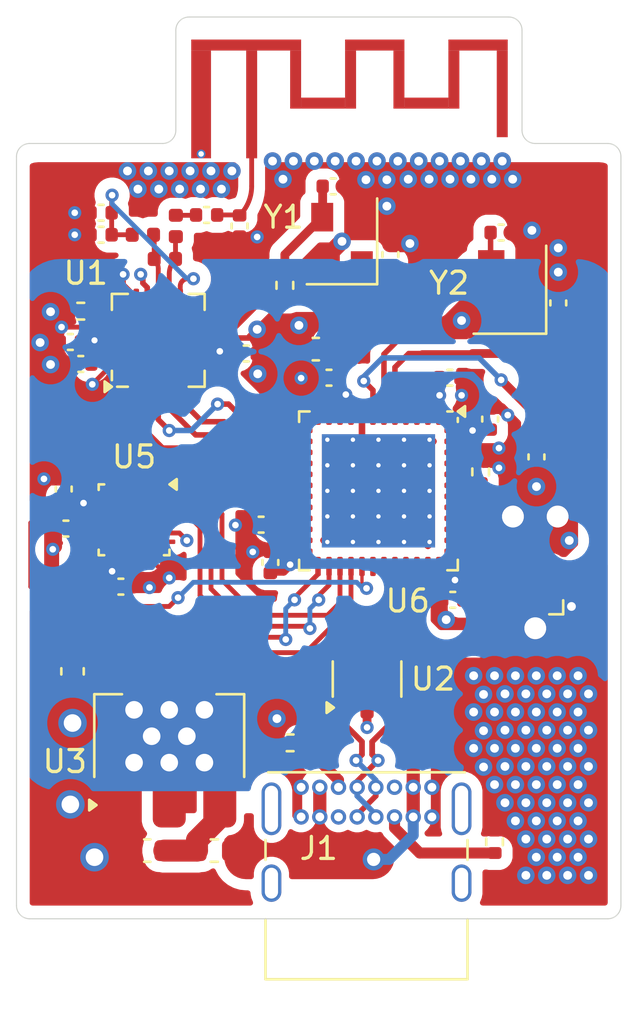
<source format=kicad_pcb>
(kicad_pcb (version 20241229) (generator "pcbnew") (generator_version "9.0")
  (layers (0 "F.Cu" signal) (4 "In1.Cu" signal) (6 "In2.Cu" signal) (2 "B.Cu" signal) (13 "F.Paste" user) (15 "B.Paste" user) (5 "F.SilkS" user "F.Silkscreen") (7 "B.SilkS" user "B.Silkscreen") (1 "F.Mask" user) (3 "B.Mask" user) (25 "Edge.Cuts" user))
  (net 0 "")
  (net 1 "GND")
  (net 2 "+3.3V")
  (net 3 "/DVDD")
  (net 4 "VBUS")
  (net 5 "/XC2")
  (net 6 "/XC1")
  (net 7 "/VDD_PA")
  (net 8 "Net-(C10-Pad1)")
  (net 9 "/ANT_OUT")
  (net 10 "RCC_OSC_IN")
  (net 11 "RCC_OSC_OUT")
  (net 12 "NRST")
  (net 13 "Net-(U6-VCAP1)")
  (net 14 "/REGOUT")
  (net 15 "D-")
  (net 16 "D+")
  (net 18 "CC2")
  (net 20 "CC1")
  (net 21 "SYS_JTMS-SWDIO")
  (net 22 "SYS_JTDO-SWO")
  (net 23 "SYS_JTCK-SWCLK")
  (net 24 "/ANT2")
  (net 25 "/ANT1")
  (net 26 "/IREF")
  (net 27 "Net-(U6-BOOT0)")
  (net 28 "IRQ")
  (net 29 "SPI1_SCK")
  (net 30 "SPI1_MOSI")
  (net 31 "SPI1_MISO")
  (net 32 "CE")
  (net 33 "SPI1_CS")
  (net 36 "SPI2_MISO")
  (net 40 "SPI2_SCK")
  (net 42 "IMU_INT")
  (net 45 "SPI2_CS")
  (net 46 "SPI2_MOSI")
  (net 71 "Net-(U3-VI)")
  (net 73 "CONN_D+")
  (net 77 "CONN_D-")
  (footprint "Package_TO_SOT_SMD:SOT-223-3_TabPin2" (layer "F.Cu") (at 91.7 176.7 90)
    (property "Reference" "U3")
    (property "Value" "LM1117MP-3.3")
  )
  (footprint "Capacitor_SMD:C_0402_1005Metric" (layer "F.Cu") (at 99.16 151.7)
    (property "Reference" "C6" (hide yes))
    (property "Value" "22p")
  )
  (footprint "Capacitor_SMD:C_0402_1005Metric" (layer "F.Cu") (at 101.76 154.8 90)
    (property "Reference" "C5" (hide yes))
    (property "Value" "22p")
  )
  (footprint "Connector:Tag-Connect_TC2030-IDC-NL_2x03_P1.27mm_Vertical" (layer "F.Cu") (at 108.35375 169.25125 90)
    (property "Reference" "J3" (hide yes))
    (property "Value" "TC2030")
  )
  (footprint "Crystal:Crystal_SMD_EuroQuartz_MT-4Pin_3.2x2.5mm" (layer "F.Cu") (at 99.56 154.2 90)
    (property "Reference" "Y1")
    (property "Value" "16MHz")
  )
  (footprint "Resistor_SMD:R_0402_1005Metric" (layer "F.Cu") (at 106.5 181.5 -90)
    (property "Reference" "R5" (hide yes))
    (property "Value" "5k1")
  )
  (footprint "Package_DFN_QFN:QFN-24-1EP_3x3mm_P0.4mm_EP1.75x1.6mm" (layer "F.Cu") (at 90.1 166.86 -90)
    (property "Reference" "U5")
    (property "Value" "ICM-20948")
  )
  (footprint "Inductor_SMD:L_0402_1005Metric" (layer "F.Cu") (at 92 153.5 90)
    (property "Reference" "L3" (hide yes))
    (property "Value" "3n9")
  )
  (footprint "Capacitor_SMD:C_0402_1005Metric" (layer "F.Cu") (at 87 167.26)
    (property "Reference" "C17" (hide yes))
    (property "Value" "0u1")
  )
  (footprint "Capacitor_SMD:C_0402_1005Metric" (layer "F.Cu") (at 89.5 169.9 180)
    (property "Reference" "C16" (hide yes))
    (property "Value" "0u1")
  )
  (footprint "Package_DFN_QFN:QFN-48-1EP_7x7mm_P0.5mm_EP5.15x5.15mm_ThermalVias" (layer "F.Cu") (at 101.21875 165.54375 -90)
    (property "Reference" "U6")
    (property "Value" "STM32F411CEUx")
  )
  (footprint "Capacitor_SMD:C_0603_1608Metric" (layer "F.Cu") (at 90.7 181.9 180)
    (property "Reference" "C4" (hide yes))
    (property "Value" "10u")
  )
  (footprint "Capacitor_SMD:C_0402_1005Metric" (layer "F.Cu") (at 86.9 165.46 -90)
    (property "Reference" "C18" (hide yes))
    (property "Value" "0u1")
  )
  (footprint "Capacitor_SMD:C_0402_1005Metric" (layer "F.Cu") (at 106.3 162.28125 -90)
    (property "Reference" "C22" (hide yes))
    (property "Value" "0u1")
  )
  (footprint "Capacitor_SMD:C_0402_1005Metric" (layer "F.Cu") (at 96.3 168.8 -90)
    (property "Reference" "C23" (hide yes))
    (property "Value" "0u1")
  )
  (footprint "Capacitor_SMD:C_0402_1005Metric" (layer "F.Cu") (at 104.6 170.5)
    (property "Reference" "C21" (hide yes))
    (property "Value" "0u1")
  )
  (footprint "Capacitor_SMD:C_0402_1005Metric" (layer "F.Cu") (at 88.6 152.9 180)
    (property "Reference" "C8" (hide yes))
    (property "Value" "2n2")
  )
  (footprint "Crystal:Crystal_SMD_Abracon_ABM8G-4Pin_3.2x2.5mm" (layer "F.Cu") (at 107.2 156.4 90)
    (property "Reference" "Y2")
    (property "Value" "24MHz")
  )
  (footprint "Capacitor_SMD:C_0402_1005Metric" (layer "F.Cu") (at 95.88 167.08125)
    (property "Reference" "C15" (hide yes))
    (property "Value" "0u1")
  )
  (footprint "Capacitor_SMD:C_0402_1005Metric" (layer "F.Cu") (at 109.4 157 90)
    (property "Reference" "C12" (hide yes))
    (property "Value" "10p")
  )
  (footprint "Connector_USB:USB_C_Receptacle_GCT_USB4085" (layer "F.Cu") (at 97.7 179.02)
    (property "Reference" "J1")
    (property "Value" "USB_C_Receptacle_USB2.0_16P")
  )
  (footprint "Capacitor_SMD:C_0402_1005Metric" (layer "F.Cu") (at 98.96875 160.4)
    (property "Reference" "C20" (hide yes))
    (property "Value" "0u1")
  )
  (footprint "Capacitor_SMD:C_0402_1005Metric" (layer "F.Cu") (at 108.407836 164 90)
    (property "Reference" "C14" (hide yes))
    (property "Value" "0u1")
  )
  (footprint "Resistor_SMD:R_0402_1005Metric" (layer "F.Cu") (at 96.96 156.2 -90)
    (property "Reference" "R3" (hide yes))
    (property "Value" "1M")
  )
  (footprint "Resistor_SMD:R_0402_1005Metric" (layer "F.Cu") (at 87.675 157.375)
    (property "Reference" "R1" (hide yes))
    (property "Value" "22k")
  )
  (footprint "Inductor_SMD:L_0402_1005Metric" (layer "F.Cu") (at 90.5 153.9 180)
    (property "Reference" "L2" (hide yes))
    (property "Value" "2n7")
  )
  (footprint "Capacitor_SMD:C_0603_1608Metric" (layer "F.Cu") (at 98.36875 159.1)
    (property "Reference" "C19" (hide yes))
    (property "Value" "10u")
  )
  (footprint "Resistor_SMD:R_0402_1005Metric" (layer "F.Cu") (at 105.86875 164.68125 -90)
    (property "Reference" "R6" (hide yes))
    (property "Value" "5k1")
  )
  (footprint "Capacitor_SMD:C_0402_1005Metric" (layer "F.Cu") (at 88.6 153.9 180)
    (property "Reference" "C9" (hide yes))
    (property "Value" "4n7")
  )
  (footprint "RF_Antenna:Untitled" (layer "F.Cu") (at 92.7 150.425)
    (property "Reference" "U4" (hide yes))
    (property "Value" "2.4GHz")
  )
  (footprint "Package_DFN_QFN:QFN-20-1EP_4x4mm_P0.5mm_EP2.5x2.5mm" (layer "F.Cu") (at 91.2 158.7 90)
    (property "Reference" "U1")
    (property "Value" "NRF24L01")
  )
  (footprint "Capacitor_SMD:C_0603_1608Metric" (layer "F.Cu") (at 87.3 173.75 -90)
    (property "Reference" "C7" (hide yes))
    (property "Value" "10u")
  )
  (footprint "Resistor_SMD:R_0402_1005Metric" (layer "F.Cu") (at 97.2 177 180)
    (property "Reference" "R4" (hide yes))
    (property "Value" "5k1")
  )
  (footprint "Capacitor_SMD:C_0402_1005Metric" (layer "F.Cu") (at 106.8 153.8)
    (property "Reference" "C13" (hide yes))
    (property "Value" "10p")
  )
  (footprint "Package_TO_SOT_SMD:SOT-23-6" (layer "F.Cu") (at 100.7 174.1 90)
    (property "Reference" "U2")
    (property "Value" "USBLC6-2SC6")
  )
  (footprint "Capacitor_SMD:C_0402_1005Metric" (layer "F.Cu") (at 94.9 153.5 -90)
    (property "Reference" "C11" (hide yes))
    (property "Value" "1p")
  )
  (footprint "Inductor_SMD:L_0603_1608Metric" (layer "F.Cu") (at 93.75 181.9 180)
    (property "Reference" "FB1" (hide yes))
    (property "Value" "100 @ 100MHz")
  )
  (footprint "Capacitor_SMD:C_0402_1005Metric" (layer "F.Cu") (at 87.2 158.775 180)
    (property "Reference" "C1" (hide yes))
    (property "Value" "10n")
  )
  (footprint "Capacitor_SMD:C_0402_1005Metric" (layer "F.Cu") (at 87.675 159.775 180)
    (property "Reference" "C3" (hide yes))
    (property "Value" "33n")
  )
  (footprint "Capacitor_SMD:C_0402_1005Metric" (layer "F.Cu") (at 104.46875 160.4 180)
    (property "Reference" "C24" (hide yes))
    (property "Value" "0u1")
  )
  (footprint "Inductor_SMD:L_0402_1005Metric" (layer "F.Cu") (at 91.5 155 180)
    (property "Reference" "L1" (hide yes))
    (property "Value" "8n2")
  )
  (footprint "Capacitor_SMD:C_0402_1005Metric" (layer "F.Cu") (at 93.4 153)
    (property "Reference" "C10" (hide yes))
    (property "Value" "1p5")
  )
  (footprint "Capacitor_SMD:C_0402_1005Metric" (layer "F.Cu") (at 95.2 159.3)
    (property "Reference" "C2" (hide yes))
    (property "Value" "1n")
  )
  (gr_arc (start 107.15 144) (mid 107.574264 144.175736) (end 107.75 144.6) (stroke (width 0.05)) (layer "Edge.Cuts"))
  (gr_line (start 84.75 150.35) (end 84.75 184.4) (stroke (width 0.05)) (layer "Edge.Cuts"))
  (gr_line (start 112.25 184.4) (end 112.25 150.35) (stroke (width 0.05)) (layer "Edge.Cuts"))
  (gr_arc (start 85.35 185) (mid 84.925736 184.824264) (end 84.75 184.4) (stroke (width 0.05)) (layer "Edge.Cuts"))
  (gr_arc (start 92 144.6) (mid 92.175736 144.175736) (end 92.6 144) (stroke (width 0.05)) (layer "Edge.Cuts"))
  (gr_arc (start 111.65 149.75) (mid 112.074264 149.925736) (end 112.25 150.35) (stroke (width 0.05)) (layer "Edge.Cuts"))
  (gr_line (start 91.4 149.75) (end 85.35 149.75) (stroke (width 0.05)) (layer "Edge.Cuts"))
  (gr_line (start 85.35 185) (end 111.65 185) (stroke (width 0.05)) (layer "Edge.Cuts"))
  (gr_line (start 107.15 144) (end 92.6 144) (stroke (width 0.05)) (layer "Edge.Cuts"))
  (gr_line (start 92 144.6) (end 92 149.15) (stroke (width 0.05)) (layer "Edge.Cuts"))
  (gr_line (start 107.75 149.15) (end 107.75 144.6) (stroke (width 0.05)) (layer "Edge.Cuts"))
  (gr_arc (start 84.75 150.35) (mid 84.925736 149.925736) (end 85.35 149.75) (stroke (width 0.05)) (layer "Edge.Cuts"))
  (gr_arc (start 92 149.15) (mid 91.824264 149.574264) (end 91.4 149.75) (stroke (width 0.05)) (layer "Edge.Cuts"))
  (gr_arc (start 108.35 149.75) (mid 107.925736 149.574264) (end 107.75 149.15) (stroke (width 0.05)) (layer "Edge.Cuts"))
  (gr_line (start 111.65 149.75) (end 108.35 149.75) (stroke (width 0.05)) (layer "Edge.Cuts"))
  (gr_arc (start 112.25 184.4) (mid 112.074264 184.824264) (end 111.65 185) (stroke (width 0.05)) (layer "Edge.Cuts"))
  (segment (start 102.65 154.3) (end 102.63 154.32) (width 0.75) (layer "F.Cu") (net 1))
  (segment (start 86.52 167.26) (end 86.52 168.08) (width 0.6) (layer "F.Cu") (net 1))
  (segment (start 97.59375 159.1) (end 97.59375 158.025) (width 0.5) (layer "F.Cu") (net 1))
  (segment (start 86.325 159.775) (end 86.3 159.8) (width 0.5) (layer "F.Cu") (net 1))
  (segment (start 107.45 180.55) (end 107.4 180.6) (width 0.5) (layer "F.Cu") (net 1))
  (segment (start 103.46875 163.29375) (end 101.21875 165.54375) (width 0.3) (layer "F.Cu") (net 1))
  (segment (start 100.96 152.6) (end 100.46 153.1) (width 0.75) (layer "F.Cu") (net 1))
  (segment (start 106.7 164.5) (end 106.5 164.3) (width 0.4) (layer "F.Cu") (net 1))
  (segment (start 107.4 180.6) (end 107.35 180.6) (width 0.5) (layer "F.Cu") (net 1))
  (segment (start 86.72 158.775) (end 85.85 158.775) (width 0.5) (layer "F.Cu") (net 1))
  (segment (start 86.88 165) (end 86.9 164.98) (width 0.6) (layer "F.Cu") (net 1))
  (segment (start 87.195 159.775) (end 86.325 159.775) (width 0.5) (layer "F.Cu") (net 1))
  (segment (start 100.7 175.2375) (end 100.7 176.3) (width 0.4) (layer "F.Cu") (net 1))
  (segment (start 87.25 179.85) (end 87.2 179.8) (width 2) (layer "F.Cu") (net 1))
  (segment (start 100.46875 162.10625) (end 100.46875 164.79375) (width 0.3) (layer "F.Cu") (net 1))
  (segment (start 91.1 168.36) (end 91.1 168.9) (width 0.2) (layer "F.Cu") (net 1))
  (segment (start 105 161.2) (end 105 160.45125) (width 0.5) (layer "F.Cu") (net 1))
  (segment (start 104.12 170.5) (end 104.12 171.22) (width 0.5) (layer "F.Cu") (net 1))
  (segment (start 87.3 174.525) (end 87.3 176.1) (width 1) (layer "F.Cu") (net 1))
  (segment (start 109.4 154.5) (end 108.85 154.5) (width 0.75) (layer "F.Cu") (net 1))
  (segment (start 89.4 179.85) (end 87.25 179.85) (width 2) (layer "F.Cu") (net 1))
  (segment (start 93.748986 158.594) (end 93.642986 158.7) (width 0.25) (layer "F.Cu") (net 1))
  (segment (start 95.725 159.345) (end 95.68 159.3) (width 0.5) (layer "F.Cu") (net 1))
  (segment (start 89.2625 159.7) (end 89.2 159.7) (width 0.22) (layer "F.Cu") (net 1))
  (segment (start 91.1 168.9) (end 91.25 169.05) (width 0.2) (layer "F.Cu") (net 1))
  (segment (start 88.721659 158.2) (end 89.2625 158.2) (width 0.22) (layer "F.Cu") (net 1))
  (segment (start 88.12 152.9) (end 87.4 152.9) (width 0.4) (layer "F.Cu") (net 1))
  (segment (start 88.640659 158.119) (end 88.721659 158.2) (width 0.22) (layer "F.Cu") (net 1))
  (segment (start 86.325 157.375) (end 86.3 157.4) (width 0.5) (layer "F.Cu") (net 1))
  (segment (start 103.46875 169.84875) (end 104.12 170.5) (width 0.3) (layer "F.Cu") (net 1))
  (segment (start 106.51 181) (end 106.5 180.99) (width 0.5) (layer "F.Cu") (net 1))
  (segment (start 96.69 177) (end 96.69 175.99) (width 0.5) (layer "F.Cu") (net 1))
  (segment (start 90.7 156.3) (end 90.7 156.7625) (width 0.25) (layer "F.Cu") (net 1))
  (segment (start 98.66 155.3) (end 98.66 155.1) (width 0.75) (layer "F.Cu") (net 1))
  (segment (start 85.85 158.775) (end 85.825 158.8) (width 0.5) (layer "F.Cu") (net 1))
  (segment (start 98.48875 160.4) (end 97.71875 160.4) (width 0.5) (layer "F.Cu") (net 1))
  (segment (start 105.3 157.5) (end 105 157.8) (width 0.75) (layer "F.Cu") (net 1))
  (segment (start 97.78125 167.79375) (end 96.82625 167.79375) (width 0.3) (layer "F.Cu") (net 1))
  (segment (start 91.6 167.46) (end 92.16 167.46) (width 0.22) (layer "F.Cu") (net 1))
  (segment (start 106.95 181) (end 106.51 181) (width 0.5) (layer "F.Cu") (net 1))
  (segment (start 95.68 153.98) (end 95.7 154) (width 0.4) (layer "F.Cu") (net 1))
  (segment (start 95.5 168.32) (end 96.3 168.32) (width 0.3) (layer "F.Cu") (net 1))
  (segment (start 89.925 181.9) (end 88.6 181.9) (width 1) (layer "F.Cu") (net 1))
  (segment (start 90.02 169.94) (end 89.98 169.9) (width 0.5) (layer "F.Cu") (net 1))
  (segment (start 97.71875 160.4) (end 97.7 160.41875) (width 0.5) (layer "F.Cu") (net 1))
  (segment (start 108.407836 164.48) (end 108.407836 165.35) (width 0.6) (layer "F.Cu") (net 1))
  (segment (start 100.35 151.7) (end 99.64 151.7) (width 0.75) (layer "F.Cu") (net 1))
  (segment (start 103.46875 168.98125) (end 103.46875 169.84875) (width 0.3) (layer "F.Cu") (net 1))
  (segment (start 89.2 159.7) (end 88.2 160.7) (width 0.22) (layer "F.Cu") (net 1))
  (segment (start 106.6 163.5) (end 106.7 163.6) (width 0.25) (layer "F.Cu") (net 1))
  (segment (start 108.85 154.5) (end 108.05 155.3) (width 0.75) (layer "F.Cu") (net 1))
  (segment (start 90.5 155.8) (end 90.5 156.1) (width 0.25) (layer "F.Cu") (net 1))
  (segment (start 109.71875 167.98125) (end 108.98875 167.98125) (width 0.6) (layer "F.Cu") (net 1))
  (segment (start 95.306 158.594) (end 93.748986 158.594) (width 0.25) (layer "F.Cu") (net 1))
  (segment (start 105.351154 163.5) (end 106.6 163.5) (width 0.25) (layer "F.Cu") (net 1))
  (segment (start 108.1 153.8) (end 108.2 153.7) (width 0.75) (layer "F.Cu") (net 1))
  (segment (start 91.25 169.05) (end 91.7 169.5) (width 0.25) (layer "F.Cu") (net 1))
  (segment (start 103.46875 167.79375) (end 101.21875 165.54375) (width 0.3) (layer "F.Cu") (net 1))
  (segment (start 90.4 155.7) (end 90.5 155.8) (width 0.25) (layer "F.Cu") (net 1))
  (segment (start 102.63 154.32) (end 101.76 154.32) (width 0.75) (layer "F.Cu") (net 1))
  (segment (start 97.59375 158.50625) (end 97.6 158.5) (width 0.5) (layer "F.Cu") (net 1))
  (segment (start 105.193904 163.34275) (end 105.351154 163.5) (width 0.25) (layer "F.Cu") (net 1))
  (segment (start 87.719 158.119) (end 88.640659 158.119) (width 0.22) (layer "F.Cu") (net 1))
  (segment (start 105.185736 163.34275) (end 105.193904 163.34275) (width 0.25) (layer "F.Cu") (net 1))
  (segment (start 109.9 167.8) (end 109.71875 167.98125) (width 0.6) (layer "F.Cu") (net 1))
  (segment (start 87.7 158.1) (end 87.719 158.119) (width 0.22) (layer "F.Cu") (net 1))
  (segment (start 109.4 155.6) (end 109.4 156.52) (width 0.75) (layer "F.Cu") (net 1))
  (segment (start 100.65 151.4) (end 100.35 151.7) (width 0.75) (layer "F.Cu") (net 1))
  (segment (start 94.71125 167.1) (end 95.38125 167.1) (width 0.5) (layer "F.Cu") (net 1))
  (segment (start 94.9 153.98) (end 95.68 153.98) (width 0.4) (layer "F.Cu") (net 1))
  (segment (start 98.96875 167.79375) (end 101.21875 165.54375) (width 0.3) (layer "F.Cu") (net 1))
  (segment (start 96.82625 167.79375) (end 96.3 168.32) (width 0.3) (layer "F.Cu") (net 1))
  (segment (start 106.80125 161.80125) (end 106.3 161.80125) (width 0.5) (layer "F.Cu") (net 1))
  (segment (start 96.69 175.99) (end 96.6 175.9) (width 0.5) (layer "F.Cu") (net 1))
  (segment (start 106.35 157.5) (end 105.3 157.5) (width 0.75) (layer "F.Cu") (net 1))
  (segment (start 105 160.45125) (end 104.94875 160.4) (width 0.5) (layer "F.Cu") (net 1))
  (segment (start 107.28 153.8) (end 108.1 153.8) (width 0.75) (layer "F.Cu") (net 1))
  (segment (start 105.136736 163.29375) (end 105.185736 163.34275) (width 0.25) (layer "F.Cu") (net 1))
  (segment (start 104.65625 163.29375) (end 105.136736 163.29375) (width 0.25) (layer "F.Cu") (net 1))
  (segment (start 95.725 160.225) (end 95.725 159.345) (width 0.5) (layer "F.Cu") (net 1))
  (segment (start 86 165) (end 86.88 165) (width 0.6) (layer "F.Cu") (net 1))
  (segment (start 86.8 158.1) (end 87.7 158.1) (width 0.22) (layer "F.Cu") (net 1))
  (segment (start 90.8 169.94) (end 90.02 169.94) (width 0.5) (layer "F.Cu") (net 1))
  (segment (start 88.6 181.9) (end 88.3 182.2) (width 1) (layer "F.Cu") (net 1))
  (segment (start 100.46875 164.79375) (end 101.21875 165.54375) (width 0.3) (layer "F.Cu") (net 1))
  (segment (start 86.52 168.08) (end 86.4 168.2) (width 0.6) (layer "F.Cu") (net 1))
  (segment (start 95.38125 167.1) (end 95.4 167.08125) (width 0.5) (layer "F.Cu") (net 1))
  (segment (start 88.12 153.9) (end 87.4 153.9) (width 0.4) (layer "F.Cu") (net 1))
  (segment (start 98.66 155.1) (end 99.56 154.2) (width 0.75) (layer "F.Cu") (net 1))
  (segment (start 104.12 171.22) (end 104.3 171.4) (width 0.5) (layer "F.Cu") (net 1))
  (segment (start 105.9975 164.3) (end 105.86875 164.17125) (width 0.4) (layer "F.Cu") (net 1))
  (segment (start 106.5 164.3) (end 105.9975 164.3) (width 0.4) (layer "F.Cu") (net 1))
  (segment (start 92.16 167.46) (end 92.5 167.8) (width 0.22) (layer "F.Cu") (net 1))
  (segment (start 95.7 158.2) (end 95.306 158.594) (width 0.25) (layer "F.Cu") (net 1))
  (segment (start 107.35 180.6) (end 106.95 181) (width 0.5) (layer "F.Cu") (net 1))
  (segment (start 90.5 156.1) (end 90.7 156.3) (width 0.25) (layer "F.Cu") (net 1))
  (segment (start 107.1 162.1) (end 106.80125 161.80125) (width 0.5) (layer "F.Cu") (net 1))
  (segment (start 101.6 152.6) (end 100.96 152.6) (width 0.75) (layer "F.Cu") (net 1))
  (segment (start 93.642986 158.7) (end 93.1375 158.7) (width 0.25) (layer "F.Cu") (net 1))
  (segment (start 87.165 157.375) (end 86.325 157.375) (width 0.5) (layer "F.Cu") (net 1))
  (via (at 110.3 177.25) (size 0.8) (drill 0.4) (layers "F.Cu" "B.Cu") (net 1))
  (via (at 90.275 151.825) (size 0.8) (drill 0.4) (layers "F.Cu" "B.Cu") (net 1))
  (via (at 109.825 179.725) (size 0.8) (drill 0.4) (layers "F.Cu" "B.Cu") (net 1))
  (via (at 105.425 151.375) (size 0.8) (drill 0.4) (layers "F.Cu" "B.Cu") (net 1))
  (via (at 109.825 181.375) (size 0.8) (drill 0.4) (layers "F.Cu" "B.Cu") (net 1))
  (via (at 107.925 174.775) (size 0.8) (drill 0.4) (layers "F.Cu" "B.Cu") (net 1))
  (via (at 110.775 178.075) (size 0.8) (drill 0.4) (layers "F.Cu" "B.Cu") (net 1))
  (via (at 108.407836 165.35) (size 0.8) (drill 0.4) (layers "F.Cu" "B.Cu") (net 1))
  (via (at 95.725 160.225) (size 0.8) (drill 0.4) (layers "F.Cu" "B.Cu") (net 1))
  (via (at 110.775 176.425) (size 0.8) (drill 0.4) (layers "F.Cu" "B.Cu") (net 1))
  (via (at 96.6 175.9) (size 0.8) (drill 0.4) (layers "F.Cu" "B.Cu") (net 1))
  (via (at 101.15 150.55) (size 0.8) (drill 0.4) (layers "F.Cu" "B.Cu") (net 1))
  (via (at 87.4 153.9) (size 0.6) (drill 0.3) (layers "F.Cu" "B.Cu") (net 1))
  (via (at 109.35 175.6) (size 0.8) (drill 0.4) (layers "F.Cu" "B.Cu") (net 1))
  (via (at 98.3 150.55) (size 0.8) (drill 0.4) (layers "F.Cu" "B.Cu") (net 1))
  (via (at 106.975 174.775) (size 0.8) (drill 0.4) (layers "F.Cu" "B.Cu") (net 1))
  (via (at 93.15 150.225) (size 0.4) (drill 0.25) (layers "F.Cu" "B.Cu") (net 1))
  (via (at 110.3 182.2) (size 0.8) (drill 0.4) (layers "F.Cu" "B.Cu") (net 1))
  (via (at 91.225 151.825) (size 0.8) (drill 0.4) (layers "F.Cu" "B.Cu") (net 1))
  (via (at 108.875 178.075) (size 0.8) (drill 0.4) (layers "F.Cu" "B.Cu") (net 1))
  (via (at 107.45 177.25) (size 0.8) (drill 0.4) (layers "F.Cu" "B.Cu") (net 1))
  (via (at 96.4 150.55) (size 0.8) (drill 0.4) (layers "F.Cu" "B.Cu") (net 1))
  (via (at 106.5 177.25) (size 0.8) (drill 0.4) (layers "F.Cu" "B.Cu") (net 1))
  (via (at 108.4 180.55) (size 0.8) (drill 0.4) (layers "F.Cu" "B.Cu") (net 1))
  (via (at 109.35 177.25) (size 0.8) (drill 0.4) (layers "F.Cu" "B.Cu") (net 1))
  (via (at 106 176.45) (size 0.8) (drill 0.4) (layers "F.Cu" "B.Cu") (net 1))
  (via (at 85.825 158.8) (size 0.8) (drill 0.4) (layers "F.Cu" "B.Cu") (net 1))
  (via (at 110.3 175.6) (size 0.8) (drill 0.4) (layers "F.Cu" "B.Cu") (net 1))
  (via (at 103.525 151.375) (size 0.8) (drill 0.4) (layers "F.Cu" "B.Cu") (net 1))
  (via (at 86.4 168.2) (size 0.6) (drill 0.3) (layers "F.Cu" "B.Cu") (net 1))
  (via (at 88.3 182.2) (size 1.3) (drill 0.8) (layers "F.Cu" "B.Cu") (net 1))
  (via (at 109.825 183.025) (size 0.8) (drill 0.4) (layers "F.Cu" "B.Cu") (net 1))
  (via (at 87.2 179.8) (size 1.3) (drill 0.8) (layers "F.Cu" "B.Cu") (net 1))
  (via (at 91.7 169.5) (size 0.6) (drill 0.3) (layers "F.Cu" "B.Cu") (net 1))
  (via (at 86 165) (size 0.6) (drill 0.3) (layers "F.Cu" "B.Cu") (net 1))
  (via (at 86.3 157.4) (size 0.8) (drill 0.4) (layers "F.Cu" "B.Cu") (net 1))
  (via (at 109.9 167.8) (size 0.8) (drill 0.4) (layers "F.Cu" "B.Cu") (net 1))
  (via (at 102.1 150.55) (size 0.8) (drill 0.4) (layers "F.Cu" "B.Cu") (net 1))
  (via (at 96.875 151.375) (size 0.8) (drill 0.4) (layers "F.Cu" "B.Cu") (net 1))
  (via (at 101.6 152.6) (size 0.8) (drill 0.4) (layers "F.Cu" "B.Cu") (net 1))
  (via (at 103.05 150.55) (size 0.8) (drill 0.4) (layers "F.Cu" "B.Cu") (net 1))
  (via (at 109.825 174.775) (size 0.8) (drill 0.4) (layers "F.Cu" "B.Cu") (net 1))
  (via (at 106.975 179.725) (size 0.8) (drill 0.4) (layers "F.Cu" "B.Cu") (net 1))
  (via (at 106.5 173.95) (size 0.8) (drill 0.4) (layers "F.Cu" "B.Cu") (net 1))
  (via (at 92.175 151.825) (size 0.8) (drill 0.4) (layers "F.Cu" "B.Cu") (net 1))
  (via (at 102.65 154.3) (size 0.8) (drill 0.4) (layers "F.Cu" "B.Cu") (net 1))
  (via (at 95.7 158.2) (size 0.8) (drill 0.4) (layers "F.Cu" "B.Cu") (net 1))
  (via (at 109.825 178.075) (size 0.8) (drill 0.4) (layers "F.Cu" "B.Cu") (net 1))
  (via (at 106.375 151.375) (size 0.8) (drill 0.4) (layers "F.Cu" "B.Cu") (net 1))
  (via (at 109.825 176.425) (size 0.8) (drill 0.4) (layers "F.Cu" "B.Cu") (net 1))
  (via (at 99.25 150.55) (size 0.8) (drill 0.4) (layers "F.Cu" "B.Cu") (net 1))
  (via (at 102.575 151.375) (size 0.8) (drill 0.4) (layers "F.Cu" "B.Cu") (net 1))
  (via (at 105 157.8) (size 0.8) (drill 0.4) (layers "F.Cu" "B.Cu") (net 1))
  (via (at 106.5 178.9) (size 0.8) (drill 0.4) (layers "F.Cu" "B.Cu") (net 1))
  (via (at 108.875 183.025) (size 0.8) (drill 0.4) (layers "F.Cu" "B.Cu") (net 1))
  (via (at 104.475 151.375) (size 0.8) (drill 0.4) (layers "F.Cu" "B.Cu") (net 1))
  (via (at 107.925 176.425) (size 0.8) (drill 0.4) (layers "F.Cu" "B.Cu") (net 1))
  (via (at 110.775 181.375) (size 0.8) (drill 0.4) (layers "F.Cu" "B.Cu") (net 1))
  (via (at 90.75 151) (size 0.8) (drill 0.4) (layers "F.Cu" "B.Cu") (net 1))
  (via (at 108.2 153.7) (size 0.8) (drill 0.4) (layers "F.Cu" "B.Cu") (net 1))
  (via (at 89.8 151) (size 0.8) (drill 0.4) (layers "F.Cu" "B.Cu") (net 1))
  (via (at 86.3 159.8) (size 0.8) (drill 0.4) (layers "F.Cu" "B.Cu") (net 1))
  (via (at 97.35 150.55) (size 0.8) (drill 0.4) (layers "F.Cu" "B.Cu") (net 1))
  (via (at 100.2 150.55) (size 0.8) (drill 0.4) (layers "F.Cu" "B.Cu") (net 1))
  (via (at 110.775 183.025) (size 0.8) (drill 0.4) (layers "F.Cu" "B.Cu") (net 1))
  (via (at 109.4 155.6) (size 0.8) (drill 0.4) (layers "F.Cu" "B.Cu") (net 1))
  (via (at 108.875 181.375) (size 0.8) (drill 0.4) (layers "F.Cu" "B.Cu") (net 1))
  (via (at 101.6 151.4) (size 0.8) (drill 0.4) (layers "F.Cu" "B.Cu") (net 1))
  (via (at 95.7 154) (size 0.6) (drill 0.3) (layers "F.Cu" "B.Cu") (net 1))
  (via (at 105.55 175.6) (size 0.8) (drill 0.4) (layers "F.Cu" "B.Cu") (net 1))
  (via (at 110.775 174.775) (size 0.8) (drill 0.4) (layers "F.Cu" "B.Cu") (net 1))
  (via (at 92.65 151) (size 0.8) (drill 0.4) (layers "F.Cu" "B.Cu") (net 1))
  (via (at 100.65 151.4) (size 0.8) (drill 0.4) (layers "F.Cu" "B.Cu") (net 1))
  (via (at 104.3 171.4) (size 0.8) (drill 0.4) (layers "F.Cu" "B.Cu") (net 1))
  (via (at 93.6 151) (size 0.8) (drill 0.4) (layers "F.Cu" "B.Cu") (net 1))
  (via (at 107.925 179.725) (size 0.8) (drill 0.4) (layers "F.Cu" "B.Cu") (net 1))
  (via (at 97.7 160.41875) (size 0.6) (drill 0.3) (layers "F.Cu" "B.Cu") (net 1))
  (via (at 86.8 158.1) (size 0.6) (drill 0.3) (layers "F.Cu" "B.Cu") (net 1))
  (via (at 106.975 178.075) (size 0.8) (drill 0.4) (layers "F.Cu" "B.Cu") (net 1))
  (via (at 87.3 176.1) (size 1.3) (drill 0.8) (layers "F.Cu" "B.Cu") (net 1))
  (via (at 94.71125 167.1) (size 0.6) (drill 0.3) (layers "F.Cu" "B.Cu") (net 1))
  (via (at 109.35 180.55) (size 0.8) (drill 0.4) (layers "F.Cu" "B.Cu") (net 1))
  (via (at 106.7 163.6) (size 0.6) (drill 0.3) (layers "F.Cu" "B.Cu") (net 1))
  (via (at 93.125 151.825) (size 0.8) (drill 0.4) (layers "F.Cu" "B.Cu") (net 1))
  (via (at 110.3 178.9) (size 0.8) (drill 0.4) (layers "F.Cu" "B.Cu") (net 1))
  (via (at 106.85 150.55) (size 0.8) (drill 0.4) (layers "F.Cu" "B.Cu") (net 1))
  (via (at 108.875 179.725) (size 0.8) (drill 0.4) (layers "F.Cu" "B.Cu") (net 1))
  (via (at 97.6 158.01875) (size 0.8) (drill 0.4) (layers "F.Cu" "B.Cu") (net 1))
  (via (at 108.4 175.6) (size 0.8) (drill 0.4) (layers "F.Cu" "B.Cu") (net 1))
  (via (at 107.925 183.025) (size 0.8) (drill 0.4) (layers "F.Cu" "B.Cu") (net 1))
  (via (at 110.3 180.55) (size 0.8) (drill 0.4) (layers "F.Cu" "B.Cu") (net 1))
  (via (at 91.7 151) (size 0.8) (drill 0.4) (layers "F.Cu" "B.Cu") (net 1))
  (via (at 106 178.1) (size 0.8) (drill 0.4) (layers "F.Cu" "B.Cu") (net 1))
  (via (at 105 161.2) (size 0.6) (drill 0.3) (layers "F.Cu" "B.Cu") (net 1))
  (via (at 106.7 164.5) (size 0.6) (drill 0.3) (layers "F.Cu" "B.Cu") (net 1))
  (via (at 108.4 173.95) (size 0.8) (drill 0.4) (layers "F.Cu" "B.Cu") (net 1))
  (via (at 108.4 178.9) (size 0.8) (drill 0.4) (layers "F.Cu" "B.Cu") (net 1))
  (via (at 109.35 178.9) (size 0.8) (drill 0.4) (layers "F.Cu" "B.Cu") (net 1))
  (via (at 107.45 175.6) (size 0.8) (drill 0.4) (layers "F.Cu" "B.Cu") (net 1))
  (via (at 107.925 178.075) (size 0.8) (drill 0.4) (layers "F.Cu" "B.Cu") (net 1))
  (via (at 107.325 151.375) (size 0.8) (drill 0.4) (layers "F.Cu" "B.Cu") (net 1))
  (via (at 110.3 173.95) (size 0.8) (drill 0.4) (layers "F.Cu" "B.Cu") (net 1))
  (via (at 105.9 150.55) (size 0.8) (drill 0.4) (layers "F.Cu" "B.Cu") (net 1))
  (via (at 100.7 176.3) (size 0.6) (drill 0.3) (layers "F.Cu" "B.Cu") (net 1))
  (via (at 106 174.8) (size 0.8) (drill 0.4) (layers "F.Cu" "B.Cu") (net 1))
  (via (at 90.4 155.7) (size 0.6) (drill 0.3) (layers "F.Cu" "B.Cu") (net 1))
  (via (at 94.075 151.825) (size 0.8) (drill 0.4) (layers "F.Cu" "B.Cu") (net 1))
  (via (at 87.4 152.9) (size 0.6) (drill 0.3) (layers "F.Cu" "B.Cu") (net 1))
  (via (at 92.5 167.8) (size 0.6) (drill 0.3) (layers "F.Cu" "B.Cu") (net 1))
  (via (at 90.8 169.94) (size 0.6) (drill 0.3) (layers "F.Cu" "B.Cu") (net 1))
  (via (at 106.975 176.425) (size 0.8) (drill 0.4) (layers "F.Cu" "B.Cu") (net 1))
  (via (at 105.55 173.95) (size 0.8) (drill 0.4) (layers "F.Cu" "B.Cu") (net 1))
  (via (at 99.56 154.2) (size 0.8) (drill 0.4) (layers "F.Cu" "B.Cu") (net 1))
  (via (at 88.2 160.7) (size 0.6) (drill 0.3) (layers "F.Cu" "B.Cu") (net 1))
  (via (at 108.875 176.425) (size 0.8) (drill 0.4) (layers "F.Cu" "B.Cu") (net 1))
  (via (at 94.55 151) (size 0.8) (drill 0.4) (layers "F.Cu" "B.Cu") (net 1))
  (via (at 108.4 182.2) (size 0.8) (drill 0.4) (layers "F.Cu" "B.Cu") (net 1))
  (via (at 108.4 177.25) (size 0.8) (drill 0.4) (layers "F.Cu" "B.Cu") (net 1))
  (via (at 108.875 174.775) (size 0.8) (drill 0.4) (layers "F.Cu" "B.Cu") (net 1))
  (via (at 95.5 168.32) (size 0.6) (drill 0.3) (layers "F.Cu" "B.Cu") (net 1))
  (via (at 109.4 154.5) (size 0.8) (drill 0.4) (layers "F.Cu" "B.Cu") (net 1))
  (via (at 110.775 179.725) (size 0.8) (drill 0.4) (layers "F.Cu" "B.Cu") (net 1))
  (via (at 104 150.55) (size 0.8) (drill 0.4) (layers "F.Cu" "B.Cu") (net 1))
  (via (at 106.5 175.6) (size 0.8) (drill 0.4) (layers "F.Cu" "B.Cu") (net 1))
  (via (at 109.35 182.2) (size 0.8) (drill 0.4) (layers "F.Cu" "B.Cu") (net 1))
  (via (at 107.925 181.375) (size 0.8) (drill 0.4) (layers "F.Cu" "B.Cu") (net 1))
  (via (at 109.35 173.95) (size 0.8) (drill 0.4) (layers "F.Cu" "B.Cu") (net 1))
  (via (at 104.95 150.55) (size 0.8) (drill 0.4) (layers "F.Cu" "B.Cu") (net 1))
  (via (at 107.45 178.9) (size 0.8) (drill 0.4) (layers "F.Cu" "B.Cu") (net 1))
  (via (at 107.45 180.55) (size 0.8) (drill 0.4) (layers "F.Cu" "B.Cu") (net 1))
  (via (at 107.1 162.1) (size 0.6) (drill 0.3) (layers "F.Cu" "B.Cu") (net 1))
  (via (at 107.45 173.95) (size 0.8) (drill 0.4) (layers "F.Cu" "B.Cu") (net 1))
  (via (at 105.55 177.25) (size 0.8) (drill 0.4) (layers "F.Cu" "B.Cu") (net 1))
  (segment (start 87.8 166.1) (end 87.06 166.1) (width 0.3) (layer "F.Cu") (net 2))
  (segment (start 108.98875 170.52125) (end 109.72125 170.52125) (width 0.6) (layer "F.Cu") (net 2))
  (segment (start 97.2 168.9) (end 97.5 168.9) (width 0.3) (layer "F.Cu") (net 2))
  (segment (start 89.1 169.82) (end 89.02 169.9) (width 0.4) (layer "F.Cu") (net 2))
  (segment (start 88.6 166.26) (end 87.96 166.26) (width 0.15) (layer "F.Cu") (net 2))
  (segment (start 87.06 166.1) (end 86.9 165.94) (width 0.3) (layer "F.Cu") (net 2))
  (segment (start 104.7 169.6) (end 105.08 169.98) (width 0.6) (layer "F.Cu") (net 2))
  (segment (start 89.6 155.7) (end 89.6 156.1625) (width 0.25) (layer "F.Cu") (net 2))
  (segment (start 96.9 169.2) (end 96.38 169.2) (width 0.4) (layer "F.Cu") (net 2))
  (segment (start 105.49375 162.79375) (end 105.5 162.8) (width 0.25) (layer "F.Cu") (net 2))
  (segment (start 99.73375 161.16625) (end 99.96875 161.40125) (width 0.25) (layer "F.Cu") (net 2))
  (segment (start 103.96875 161.23125) (end 104 161.2) (width 0.25) (layer "F.Cu") (net 2))
  (segment (start 97.5 168.9) (end 97.78125 168.61875) (width 0.3) (layer "F.Cu") (net 2))
  (segment (start 97.2 168.9) (end 96.9 169.2) (width 0.4) (layer "F.Cu") (net 2))
  (segment (start 105.5 162.8) (end 106.26125 162.8) (width 0.4) (layer "F.Cu") (net 2))
  (segment (start 104.08125 168.98125) (end 104.7 169.6) (width 0.4) (layer "F.Cu") (net 2))
  (segment (start 87.68 158.775) (end 87.755 158.7) (width 0.25) (layer "F.Cu") (net 2))
  (segment (start 99.44875 159.405) (end 99.44875 160.4) (width 0.5) (layer "F.Cu") (net 2))
  (segment (start 104.65625 162.79375) (end 105.49375 162.79375) (width 0.25) (layer "F.Cu") (net 2))
  (segment (start 103.98875 160.4) (end 103.98875 161.18875) (width 0.5) (layer "F.Cu") (net 2))
  (segment (start 93.1375 159.2) (end 94.72 159.2) (width 0.25) (layer "F.Cu") (net 2))
  (segment (start 105.08 169.98) (end 105.08 170.5) (width 0.6) (layer "F.Cu") (net 2))
  (segment (start 103.96875 162.10625) (end 103.96875 161.23125) (width 0.25) (layer "F.Cu") (net 2))
  (segment (start 99.44875 160.88125) (end 99.44875 160.4) (width 0.4) (layer "F.Cu") (net 2))
  (segment (start 91.7 173.55) (end 91.125 172.975) (width 1.5) (layer "F.Cu") (net 2))
  (segment (start 99.14375 159.1) (end 99.44875 159.405) (width 0.5) (layer "F.Cu") (net 2))
  (segment (start 106.26125 162.8) (end 106.3 162.76125) (width 0.4) (layer "F.Cu") (net 2))
  (segment (start 89.1 168.36) (end 89.1 169.2) (width 0.2) (layer "F.Cu") (net 2))
  (segment (start 99.73375 161.16625) (end 99.44875 160.88125) (width 0.4) (layer "F.Cu") (net 2))
  (segment (start 96.38 169.2) (end 96.3 169.28) (width 0.4) (layer "F.Cu") (net 2))
  (segment (start 99.96875 161.40125) (end 99.96875 162.10625) (width 0.25) (layer "F.Cu") (net 2))
  (segment (start 87.96 166.26) (end 87.8 166.1) (width 0.15) (layer "F.Cu") (net 2))
  (segment (start 89.1 169.2) (end 89.1 169.82) (width 0.4) (layer "F.Cu") (net 2))
  (segment (start 103.98875 161.18875) (end 104 161.2) (width 0.5) (layer "F.Cu") (net 2))
  (segment (start 87.755 158.7) (end 89.2625 158.7) (width 0.25) (layer "F.Cu") (net 2))
  (segment (start 91.125 172.975) (end 87.3 172.975) (width 1.5) (layer "F.Cu") (net 2))
  (segment (start 97.78125 168.61875) (end 97.78125 168.29375) (width 0.3) (layer "F.Cu") (net 2))
  (segment (start 103.96875 168.98125) (end 104.08125 168.98125) (width 0.25) (layer "F.Cu") (net 2))
  (segment (start 89.6 156.1625) (end 90.2 156.7625) (width 0.25) (layer "F.Cu") (net 2))
  (segment (start 109.72125 170.52125) (end 110 170.8) (width 0.6) (layer "F.Cu") (net 2))
  (via (at 90.9 176.7) (size 1.3) (drill 0.8) (layers "F.Cu" "B.Cu") (net 2))
  (via (at 105.5 162.8) (size 0.6) (drill 0.3) (layers "F.Cu" "B.Cu") (net 2))
  (via (at 90.1 175.5) (size 1.3) (drill 0.8) (layers "F.Cu" "B.Cu") (net 2))
  (via (at 110 170.8) (size 0.8) (drill 0.4) (layers "F.Cu" "B.Cu") (net 2))
  (via (at 93.3 175.5) (size 1.3) (drill 0.8) (layers "F.Cu" "B.Cu") (net 2))
  (via (at 92.5 176.7) (size 1.3) (drill 0.8) (layers "F.Cu" "B.Cu") (net 2))
  (via (at 90.1 177.9) (size 1.3) (drill 0.8) (layers "F.Cu" "B.Cu") (net 2))
  (via (at 93.3 177.9) (size 1.3) (drill 0.8) (layers "F.Cu" "B.Cu") (net 2))
  (via (at 89.1 169.2) (size 0.6) (drill 0.3) (layers "F.Cu" "B.Cu") (net 2))
  (via (at 91.7 177.9) (size 1.3) (drill 0.8) (layers "F.Cu" "B.Cu") (net 2))
  (via (at 91.7 175.5) (size 1.3) (drill 0.8) (layers "F.Cu" "B.Cu") (net 2))
  (via (at 87.8 166.1) (size 0.6) (drill 0.3) (layers "F.Cu" "B.Cu") (net 2))
  (via (at 89.6 155.7) (size 0.6) (drill 0.3) (layers "F.Cu" "B.Cu") (net 2))
  (via (at 104 161.2) (size 0.6) (drill 0.3) (layers "F.Cu" "B.Cu") (net 2))
  (via (at 97.2 168.9) (size 0.6) (drill 0.3) (layers "F.Cu" "B.Cu") (net 2))
  (via (at 88.3 158.7) (size 0.58) (drill 0.28) (layers "F.Cu" "B.Cu") (net 2))
  (via (at 94 159.2) (size 0.6) (drill 0.3) (layers "F.Cu" "B.Cu") (net 2))
  (via (at 99.73375 161.16625) (size 0.6) (drill 0.3) (layers "F.Cu" "B.Cu") (net 2))
  (via (at 104.7 169.6) (size 0.6) (drill 0.3) (layers "F.Cu" "B.Cu") (net 2))
  (segment (start 88.73 159.2) (end 88.155 159.775) (width 0.22) (layer "F.Cu") (net 3))
  (segment (start 89.2625 159.2) (end 88.73 159.2) (width 0.22) (layer "F.Cu") (net 3))
  (segment (start 102.8 179.02) (end 102.8 180.37) (width 0.6) (layer "F.Cu") (net 4))
  (segment (start 98.55 179.02) (end 98.55 180.37) (width 0.6) (layer "F.Cu") (net 4))
  (segment (start 102.8 174.7) (end 102.224 174.124) (width 0.5) (layer "F.Cu") (net 4))
  (segment (start 100.7 173.5291) (end 100.7 172.9625) (width 0.5) (layer "F.Cu") (net 4))
  (segment (start 102.8 179.02) (end 102.8 175.7) (width 0.6) (layer "F.Cu") (net 4))
  (segment (start 101.2949 174.124) (end 100.7 173.5291) (width 0.5) (layer "F.Cu") (net 4))
  (segment (start 102.224 174.124) (end 101.2949 174.124) (width 0.5) (layer "F.Cu") (net 4))
  (segment (start 102.8 175.7) (end 102.8 174.7) (width 0.5) (layer "F.Cu") (net 4))
  (via (at 101 182.3) (size 1) (drill 0.6) (layers "F.Cu" "B.Cu") (net 4))
  (segment (start 102.8 181.2) (end 101.7 182.3) (width 0.5) (layer "B.Cu") (net 4))
  (segment (start 102.8 180.37) (end 102.8 181.2) (width 0.5) (layer "B.Cu") (net 4))
  (segment (start 101.7 182.3) (end 101 182.3) (width 0.5) (layer "B.Cu") (net 4))
  (segment (start 100.46 156) (end 100.46 155.3) (width 0.4) (layer "F.Cu") (net 5))
  (segment (start 100.46 155.3) (end 101.74 155.3) (width 0.4) (layer "F.Cu") (net 5))
  (segment (start 94.6 158.2) (end 96.090001 156.709999) (width 0.25) (layer "F.Cu") (net 5))
  (segment (start 96.96 156.709999) (end 99.750001 156.709999) (width 0.4) (layer "F.Cu") (net 5))
  (segment (start 99.750001 156.709999) (end 100.46 156) (width 0.4) (layer "F.Cu") (net 5))
  (segment (start 96.090001 156.709999) (end 96.96 156.709999) (width 0.25) (layer "F.Cu") (net 5))
  (segment (start 101.74 155.3) (end 101.76 155.28) (width 0.4) (layer "F.Cu") (net 5))
  (segment (start 93.1375 158.2) (end 94.6 158.2) (width 0.25) (layer "F.Cu") (net 5))
  (segment (start 96.96 155.690001) (end 96.96 154.8) (width 0.4) (layer "F.Cu") (net 6))
  (segment (start 98.68 151.7) (end 98.68 153.08) (width 0.4) (layer "F.Cu") (net 6))
  (segment (start 98.68 153.08) (end 98.66 153.1) (width 0.4) (layer "F.Cu") (net 6))
  (segment (start 93.1375 157.7) (end 93.8 157.7) (width 0.25) (layer "F.Cu") (net 6))
  (segment (start 96.96 154.8) (end 98.66 153.1) (width 0.4) (layer "F.Cu") (net 6))
  (segment (start 95.809999 155.690001) (end 96.96 155.690001) (width 0.25) (layer "F.Cu") (net 6))
  (segment (start 93.8 157.7) (end 95.809999 155.690001) (width 0.25) (layer "F.Cu") (net 6))
  (segment (start 90.015 153.9) (end 89.08 153.9) (width 0.22) (layer "F.Cu") (net 7))
  (segment (start 89.08 152.12) (end 89.08 153.9) (width 0.22) (layer "F.Cu") (net 7))
  (segment (start 92.8 155.9) (end 92.541421 155.9) (width 0.22) (layer "F.Cu") (net 7))
  (segment (start 89.1 152.1) (end 89.08 152.12) (width 0.22) (layer "F.Cu") (net 7))
  (segment (start 92.2 156.241421) (end 92.2 156.7625) (width 0.22) (layer "F.Cu") (net 7))
  (via (at 92.8 155.9) (size 0.6) (drill 0.3) (layers "F.Cu" "B.Cu") (net 7))
  (via (at 89.1 152.1) (size 0.6) (drill 0.3) (layers "F.Cu" "B.Cu") (net 7))
  (arc (start 92.541421 155.9) (mid 92.410765 155.925989) (end 92.3 156) (width 0.22) (layer "F.Cu") (net 7))
  (arc (start 92.3 156) (mid 92.225989 156.110765) (end 92.2 156.241421) (width 0.22) (layer "F.Cu") (net 7))
  (segment (start 89.1 152.5) (end 92.463844 155.863844) (width 0.22) (layer "B.Cu") (net 7))
  (segment (start 89.1 152.1) (end 89.1 152.5) (width 0.22) (layer "B.Cu") (net 7))
  (segment (start 92.801311 155.863844) (end 92.8 155.9) (width 0.22) (layer "B.Cu") (net 7))
  (segment (start 92.463844 155.863844) (end 92.801311 155.863844) (width 0.22) (layer "B.Cu") (net 7))
  (segment (start 92 153.015) (end 92.883787 153.015) (width 0.22) (layer "F.Cu") (net 8))
  (arc (start 92.883787 153.015) (mid 92.903385 153.011101) (end 92.92 153) (width 0.2) (layer "F.Cu") (net 8))
  (segment (start 93.88 153) (end 94.851716 153) (width 0.22) (layer "F.Cu") (net 9))
  (segment (start 95.45 151.692183) (end 95.45 147.975) (width 0.22) (layer "F.Cu") (net 9))
  (arc (start 94.851716 153) (mid 94.877847 153.005198) (end 94.9 153.02) (width 0.22) (layer "F.Cu") (net 9))
  (arc (start 94.9 153.02) (mid 95.30706 152.410792) (end 95.45 151.692183) (width 0.22) (layer "F.Cu") (net 9))
  (segment (start 102.598 159.3) (end 101.96875 159.92925) (width 0.25) (layer "F.Cu") (net 10))
  (segment (start 105.5 159.3) (end 107.3 159.3) (width 0.4) (layer "F.Cu") (net 10))
  (segment (start 105.5 159.3) (end 103.2 159.3) (width 0.3) (layer "F.Cu") (net 10))
  (segment (start 109.4 157.48) (end 108.07 157.48) (width 0.25) (layer "F.Cu") (net 10))
  (segment (start 101.96875 159.92925) (end 101.96875 162.10625) (width 0.25) (layer "F.Cu") (net 10))
  (segment (start 108.07 157.48) (end 108.05 157.5) (width 0.25) (layer "F.Cu") (net 10))
  (segment (start 107.3 159.3) (end 108.05 158.55) (width 0.4) (layer "F.Cu") (net 10))
  (segment (start 103.2 159.3) (end 102.598 159.3) (width 0.25) (layer "F.Cu") (net 10))
  (segment (start 108.05 158.55) (end 108.05 157.5) (width 0.4) (layer "F.Cu") (net 10))
  (segment (start 105.5 155.3) (end 106.35 155.3) (width 0.4) (layer "F.Cu") (net 11))
  (segment (start 101.46875 162.10625) (end 101.46875 159.33125) (width 0.25) (layer "F.Cu") (net 11))
  (segment (start 103.8 157) (end 105.5 155.3) (width 0.4) (layer "F.Cu") (net 11))
  (segment (start 106.32 155.27) (end 106.35 155.3) (width 0.25) (layer "F.Cu") (net 11))
  (segment (start 101.46875 159.33125) (end 102.3 158.5) (width 0.25) (layer "F.Cu") (net 11))
  (segment (start 106.32 153.8) (end 106.32 155.27) (width 0.25) (layer "F.Cu") (net 11))
  (segment (start 102.3 158.5) (end 103.8 157) (width 0.3) (layer "F.Cu") (net 11))
  (segment (start 111 164.7) (end 111 168.3) (width 0.4) (layer "F.Cu") (net 12))
  (segment (start 108.407836 163.52) (end 108.407836 162.107836) (width 0.4) (layer "F.Cu") (net 12))
  (segment (start 106.8 160.5) (end 108.15 161.85) (width 0.4) (layer "F.Cu") (net 12))
  (segment (start 108.15 161.85) (end 111 164.7) (width 0.4) (layer "F.Cu") (net 12))
  (segment (start 100.96875 160.96875) (end 100.96875 162.10625) (width 0.25) (layer "F.Cu") (net 12))
  (segment (start 108.407836 162.107836) (end 108.15 161.85) (width 0.4) (layer "F.Cu") (net 12))
  (segment (start 111 168.3) (end 110.04875 169.25125) (width 0.4) (layer "F.Cu") (net 12))
  (segment (start 100.55 160.55) (end 100.96875 160.96875) (width 0.25) (layer "F.Cu") (net 12))
  (segment (start 110.04875 169.25125) (end 108.98875 169.25125) (width 0.4) (layer "F.Cu") (net 12))
  (via (at 100.55 160.55) (size 0.6) (drill 0.3) (layers "F.Cu" "B.Cu") (net 12))
  (via (at 106.8 160.5) (size 0.6) (drill 0.3) (layers "F.Cu" "B.Cu") (net 12))
  (segment (start 101.4 159.5) (end 105.8 159.5) (width 0.25) (layer "B.Cu") (net 12))
  (segment (start 100.55 160.55) (end 100.55 160.35) (width 0.25) (layer "B.Cu") (net 12))
  (segment (start 100.55 160.35) (end 101.4 159.5) (width 0.25) (layer "B.Cu") (net 12))
  (segment (start 105.8 159.5) (end 106.8 160.5) (width 0.25) (layer "B.Cu") (net 12))
  (segment (start 96.5725 167.29375) (end 97.78125 167.29375) (width 0.25) (layer "F.Cu") (net 13))
  (segment (start 96.36 167.08125) (end 96.5725 167.29375) (width 0.25) (layer "F.Cu") (net 13))
  (segment (start 87.68 167.06) (end 88.6 167.06) (width 0.22) (layer "F.Cu") (net 14))
  (segment (start 87.48 167.26) (end 87.68 167.06) (width 0.22) (layer "F.Cu") (net 14))
  (segment (start 101.96875 169.637501) (end 101.986594 169.655345) (width 0.261112) (layer "F.Cu") (net 15))
  (segment (start 100.068444 172.644056) (end 99.75 172.9625) (width 0.261112) (layer "F.Cu") (net 15))
  (segment (start 100.068444 172.246376) (end 100.068444 172.644056) (width 0.261112) (layer "F.Cu") (net 15))
  (segment (start 100.744056 171.968444) (end 100.346376 171.968444) (width 0.261112) (layer "F.Cu") (net 15))
  (segment (start 101.96875 168.98125) (end 101.96875 169.637501) (width 0.261112) (layer "F.Cu") (net 15))
  (segment (start 101.986594 170.725906) (end 100.744056 171.968444) (width 0.261112) (layer "F.Cu") (net 15))
  (segment (start 100.346376 171.968444) (end 100.068444 172.246376) (width 0.261112) (layer "F.Cu") (net 15))
  (segment (start 101.986594 169.655345) (end 101.986594 170.725906) (width 0.261112) (layer "F.Cu") (net 15))
  (segment (start 101.65 171.719137) (end 101.65 172.9625) (width 0.261112) (layer "F.Cu") (net 16))
  (segment (start 102.46875 168.98125) (end 102.46875 169.637501) (width 0.261112) (layer "F.Cu") (net 16))
  (segment (start 102.450906 170.918231) (end 101.65 171.719137) (width 0.261112) (layer "F.Cu") (net 16))
  (segment (start 102.46875 169.637501) (end 102.450906 169.655345) (width 0.261112) (layer "F.Cu") (net 16))
  (segment (start 102.450906 169.655345) (end 102.450906 170.918231) (width 0.261112) (layer "F.Cu") (net 16))
  (segment (start 101.95 180.37) (end 101.95 180.864974) (width 0.5) (layer "F.Cu") (net 18))
  (segment (start 103.095026 182.01) (end 106.5 182.01) (width 0.5) (layer "F.Cu") (net 18))
  (segment (start 101.95 180.864974) (end 103.095026 182.01) (width 0.5) (layer "F.Cu") (net 18))
  (segment (start 99.4 179.02) (end 99.4 178.69) (width 0.5) (layer "F.Cu") (net 20))
  (segment (start 99.4 178.69) (end 97.71 177) (width 0.5) (layer "F.Cu") (net 20))
  (segment (start 103.7375 172.5) (end 105.74 172.5) (width 0.25) (layer "F.Cu") (net 21))
  (segment (start 105.74 172.5) (end 107.71875 170.52125) (width 0.25) (layer "F.Cu") (net 21))
  (segment (start 102.96875 171.73125) (end 103.7375 172.5) (width 0.25) (layer "F.Cu") (net 21))
  (segment (start 102.96875 168.98125) (end 102.96875 171.73125) (width 0.25) (layer "F.Cu") (net 21))
  (segment (start 104.65625 167.29375) (end 106.682389 167.29375) (width 0.25) (layer "F.Cu") (net 22))
  (segment (start 107.369889 167.98125) (end 107.71875 167.98125) (width 0.25) (layer "F.Cu") (net 22))
  (segment (start 106.682389 167.29375) (end 107.369889 167.98125) (width 0.25) (layer "F.Cu") (net 22))
  (segment (start 106.73875 169.25125) (end 105.78125 168.29375) (width 0.25) (layer "F.Cu") (net 23))
  (segment (start 107.71875 169.25125) (end 106.73875 169.25125) (width 0.25) (layer "F.Cu") (net 23))
  (segment (start 105.78125 168.29375) (end 104.65625 168.29375) (width 0.25) (layer "F.Cu") (net 23))
  (segment (start 91.2 156.7625) (end 91.2 155.44663) (width 0.22) (layer "F.Cu") (net 24))
  (segment (start 91.015 155) (end 91.015 153.972426) (width 0.22) (layer "F.Cu") (net 24))
  (arc (start 91.015 153.972426) (mid 91.007203 153.933229) (end 90.985 153.9) (width 0.22) (layer "F.Cu") (net 24))
  (arc (start 91.2 155.44663) (mid 91.15192 155.204915) (end 91.015 155) (width 0.22) (layer "F.Cu") (net 24))
  (segment (start 91.7 155.688051) (end 91.7 156.7625) (width 0.22) (layer "F.Cu") (net 25))
  (segment (start 91.985 155) (end 91.985 154.021213) (width 0.22) (layer "F.Cu") (net 25))
  (arc (start 91.985 154.021213) (mid 91.988898 154.001615) (end 92 153.985) (width 0.22) (layer "F.Cu") (net 25))
  (arc (start 91.985 155) (mid 91.774069 155.31568) (end 91.7 155.688051) (width 0.22) (layer "F.Cu") (net 25))
  (segment (start 89.2625 157.7) (end 88.51 157.7) (width 0.25) (layer "F.Cu") (net 26))
  (segment (start 88.51 157.7) (end 88.185 157.375) (width 0.25) (layer "F.Cu") (net 26))
  (segment (start 105.47125 164.79375) (end 104.65625 164.79375) (width 0.25) (layer "F.Cu") (net 27))
  (segment (start 105.86875 165.19125) (end 105.47125 164.79375) (width 0.25) (layer "F.Cu") (net 27))
  (segment (start 93.1375 159.7) (end 93.5 159.7) (width 0.25) (layer "F.Cu") (net 28))
  (segment (start 93.5 159.7) (end 97.09375 163.29375) (width 0.25) (layer "F.Cu") (net 28))
  (segment (start 97.09375 163.29375) (end 97.78125 163.29375) (width 0.25) (layer "F.Cu") (net 28))
  (segment (start 93.9 161.6) (end 94.4 161.6) (width 0.25) (layer "F.Cu") (net 29))
  (segment (start 91.2 162.3) (end 91.2 160.6375) (width 0.25) (layer "F.Cu") (net 29))
  (segment (start 94.4 161.6) (end 96.59375 163.79375) (width 0.25) (layer "F.Cu") (net 29))
  (segment (start 96.59375 163.79375) (end 97.78125 163.79375) (width 0.25) (layer "F.Cu") (net 29))
  (segment (start 91.7 162.8) (end 91.2 162.3) (width 0.25) (layer "F.Cu") (net 29))
  (via (at 93.9 161.6) (size 0.6) (drill 0.3) (layers "F.Cu" "B.Cu") (net 29))
  (via (at 91.7 162.8) (size 0.6) (drill 0.3) (layers "F.Cu" "B.Cu") (net 29))
  (segment (start 93.9 161.6) (end 92.7 162.8) (width 0.25) (layer "B.Cu") (net 29))
  (segment (start 92.7 162.8) (end 91.7 162.8) (width 0.25) (layer "B.Cu") (net 29))
  (segment (start 92.9 163) (end 91.7 161.8) (width 0.25) (layer "F.Cu") (net 30))
  (segment (start 97.78125 164.79375) (end 95.54375 164.79375) (width 0.25) (layer "F.Cu") (net 30))
  (segment (start 95.54375 164.79375) (end 93.75 163) (width 0.25) (layer "F.Cu") (net 30))
  (segment (start 93.75 163) (end 92.9 163) (width 0.25) (layer "F.Cu") (net 30))
  (segment (start 91.7 161.8) (end 91.7 160.6375) (width 0.25) (layer "F.Cu") (net 30))
  (segment (start 92.2 161.4) (end 92.2 160.6375) (width 0.25) (layer "F.Cu") (net 31))
  (segment (start 97.78125 164.29375) (end 96.09375 164.29375) (width 0.25) (layer "F.Cu") (net 31))
  (segment (start 96.09375 164.29375) (end 94.2 162.4) (width 0.25) (layer "F.Cu") (net 31))
  (segment (start 93.2 162.4) (end 92.2 161.4) (width 0.25) (layer "F.Cu") (net 31))
  (segment (start 94.2 162.4) (end 93.2 162.4) (width 0.25) (layer "F.Cu") (net 31))
  (segment (start 92.9 164.2) (end 91.1 164.2) (width 0.25) (layer "F.Cu") (net 32))
  (segment (start 90.2 163.3) (end 90.2 160.6375) (width 0.25) (layer "F.Cu") (net 32))
  (segment (start 94.49375 165.79375) (end 92.9 164.2) (width 0.25) (layer "F.Cu") (net 32))
  (segment (start 97.78125 165.79375) (end 94.49375 165.79375) (width 0.25) (layer "F.Cu") (net 32))
  (segment (start 91.1 164.2) (end 90.2 163.3) (width 0.25) (layer "F.Cu") (net 32))
  (segment (start 94.99375 165.29375) (end 93.3 163.6) (width 0.25) (layer "F.Cu") (net 33))
  (segment (start 90.7 162.9) (end 90.7 160.6375) (width 0.25) (layer "F.Cu") (net 33))
  (segment (start 93.3 163.6) (end 91.4 163.6) (width 0.25) (layer "F.Cu") (net 33))
  (segment (start 91.4 163.6) (end 90.7 162.9) (width 0.25) (layer "F.Cu") (net 33))
  (segment (start 97.78125 165.29375) (end 94.99375 165.29375) (width 0.25) (layer "F.Cu") (net 33))
  (segment (start 95.7 171.2) (end 98.9 171.2) (width 0.22) (layer "F.Cu") (net 36))
  (segment (start 91.6 165.86) (end 93.36 165.86) (width 0.22) (layer "F.Cu") (net 36))
  (segment (start 99.46875 170.63125) (end 99.46875 168.98125) (width 0.22) (layer "F.Cu") (net 36))
  (segment (start 93.5 166) (end 94.1 166.6) (width 0.22) (layer "F.Cu") (net 36))
  (segment (start 94.1 169.6) (end 95.7 171.2) (width 0.22) (layer "F.Cu") (net 36))
  (segment (start 94.1 166.6) (end 94.1 169.6) (width 0.22) (layer "F.Cu") (net 36))
  (segment (start 98.9 171.2) (end 99.46875 170.63125) (width 0.22) (layer "F.Cu") (net 36))
  (segment (start 93.36 165.86) (end 93.5 166) (width 0.22) (layer "F.Cu") (net 36))
  (segment (start 98 171.7) (end 98.1 171.8) (width 0.22) (layer "F.Cu") (net 40))
  (segment (start 93.6 166.9) (end 93.6 170) (width 0.22) (layer "F.Cu") (net 40))
  (segment (start 93.15 166.45) (end 93.6 166.9) (width 0.22) (layer "F.Cu") (net 40))
  (segment (start 98.5 170.5) (end 98.5 170.3) (width 0.22) (layer "F.Cu") (net 40))
  (segment (start 92.96 166.26) (end 91.6 166.26) (width 0.22) (layer "F.Cu") (net 40))
  (segment (start 93.6 170) (end 95.3 171.7) (width 0.22) (layer "F.Cu") (net 40))
  (segment (start 98.5 170.3) (end 98.96875 169.83125) (width 0.22) (layer "F.Cu") (net 40))
  (segment (start 95.3 171.7) (end 98 171.7) (width 0.22) (layer "F.Cu") (net 40))
  (segment (start 98.96875 169.83125) (end 98.96875 168.98125) (width 0.22) (layer "F.Cu") (net 40))
  (segment (start 93.15 166.45) (end 92.96 166.26) (width 0.22) (layer "F.Cu") (net 40))
  (via (at 98.5 170.5) (size 0.6) (drill 0.3) (layers "F.Cu" "B.Cu") (net 40))
  (via (at 98.1 171.8) (size 0.6) (drill 0.3) (layers "F.Cu" "B.Cu") (net 40))
  (segment (start 98.1 171.8) (end 98.1 170.9) (width 0.22) (layer "B.Cu") (net 40))
  (segment (start 98.1 170.9) (end 98.5 170.5) (width 0.22) (layer "B.Cu") (net 40))
  (segment (start 100.675 169.975) (end 100.5 169.975) (width 0.15) (layer "F.Cu") (net 42))
  (segment (start 87.3 169.9) (end 88.2 170.8) (width 0.22) (layer "F.Cu") (net 42))
  (segment (start 100.5 169.975) (end 100.46875 169.94375) (width 0.15) (layer "F.Cu") (net 42))
  (segment (start 87.84 167.86) (end 88.6 167.86) (width 0.22) (layer "F.Cu") (net 42))
  (segment (start 91.7 170.8) (end 92.1 170.4) (width 0.22) (layer "F.Cu") (net 42))
  (segment (start 87.3 168.4) (end 87.84 167.86) (width 0.22) (layer "F.Cu") (net 42))
  (segment (start 100.46875 169.94375) (end 100.46875 168.98125) (width 0.15) (layer "F.Cu") (net 42))
  (segment (start 88.2 170.8) (end 91.7 170.8) (width 0.22) (layer "F.Cu") (net 42))
  (segment (start 87.3 168.6) (end 87.3 168.4) (width 0.22) (layer "F.Cu") (net 42))
  (segment (start 87.3 168.6) (end 87.3 169.9) (width 0.22) (layer "F.Cu") (net 42))
  (via (at 92.1 170.4) (size 0.6) (drill 0.3) (layers "F.Cu" "B.Cu") (net 42))
  (via (at 100.675 169.975) (size 0.6) (drill 0.3) (layers "F.Cu" "B.Cu") (net 42))
  (segment (start 100.225 169.7) (end 92.8 169.7) (width 0.22) (layer "B.Cu") (net 42))
  (segment (start 100.5 169.975) (end 100.225 169.7) (width 0.22) (layer "B.Cu") (net 42))
  (segment (start 92.8 169.7) (end 92.1 170.4) (width 0.22) (layer "B.Cu") (net 42))
  (segment (start 100.675 169.975) (end 100.5 169.975) (width 0.22) (layer "B.Cu") (net 42))
  (segment (start 92.56 166.66) (end 91.6 166.66) (width 0.22) (layer "F.Cu") (net 45))
  (segment (start 96.9 172.2) (end 97 172.3) (width 0.22) (layer "F.Cu") (net 45))
  (segment (start 92.7625 166.8625) (end 92.56 166.66) (width 0.22) (layer "F.Cu") (net 45))
  (segment (start 97.4 170.4) (end 98.46875 169.33125) (width 0.22) (layer "F.Cu") (net 45))
  (segment (start 92.7625 166.8625) (end 93.1 167.2) (width 0.22) (layer "F.Cu") (net 45))
  (segment (start 95 172.2) (end 96.9 172.2) (width 0.22) (layer "F.Cu") (net 45))
  (segment (start 93.1 167.2) (end 93.1 170.3) (width 0.22) (layer "F.Cu") (net 45))
  (segment (start 97.4 170.5) (end 97.4 170.4) (width 0.22) (layer "F.Cu") (net 45))
  (segment (start 93.1 170.3) (end 95 172.2) (width 0.22) (layer "F.Cu") (net 45))
  (segment (start 98.46875 169.33125) (end 98.46875 168.98125) (width 0.22) (layer "F.Cu") (net 45))
  (via (at 97 172.3) (size 0.6) (drill 0.3) (layers "F.Cu" "B.Cu") (net 45))
  (via (at 97.4 170.5) (size 0.6) (drill 0.3) (layers "F.Cu" "B.Cu") (net 45))
  (segment (start 97 170.9) (end 97 172.3) (width 0.22) (layer "B.Cu") (net 45))
  (segment (start 97.4 170.5) (end 97 170.9) (width 0.22) (layer "B.Cu") (net 45))
  (segment (start 99.96875 170.83125) (end 99.96875 168.98125) (width 0.22) (layer "F.Cu") (net 46))
  (segment (start 85.74 166.66) (end 85.4 167) (width 0.22) (layer "F.Cu") (net 46))
  (segment (start 85.4 169.9) (end 86.9 171.4) (width 0.22) (layer "F.Cu") (net 46))
  (segment (start 88.6 166.66) (end 86.1 166.66) (width 0.22) (layer "F.Cu") (net 46))
  (segment (start 86.9 171.4) (end 93.4 171.4) (width 0.22) (layer "F.Cu") (net 46))
  (segment (start 94.9 172.9) (end 97.9 172.9) (width 0.22) (layer "F.Cu") (net 46))
  (segment (start 85.4 167) (end 85.4 169.9) (width 0.22) (layer "F.Cu") (net 46))
  (segment (start 97.9 172.9) (end 99.96875 170.83125) (width 0.22) (layer "F.Cu") (net 46))
  (segment (start 93.4 171.4) (end 94.9 172.9) (width 0.22) (layer "F.Cu") (net 46))
  (segment (start 86.1 166.66) (end 85.74 166.66) (width 0.22) (layer "F.Cu") (net 46))
  (segment (start 91.475 181.9) (end 92.9625 181.9) (width 1) (layer "F.Cu") (net 71))
  (segment (start 94 180.387501) (end 92.9625 181.425001) (width 1) (layer "F.Cu") (net 71))
  (segment (start 94 179.85) (end 94 180.387501) (width 1) (layer "F.Cu") (net 71))
  (segment (start 92.9625 181.425001) (end 92.9625 181.9) (width 1) (layer "F.Cu") (net 71))
  (segment (start 100.25 178.75) (end 100.25 179.02) (width 0.25) (layer "F.Cu") (net 73))
  (segment (start 101.65 176.231251) (end 101.65 175.2375) (width 0.261112) (layer "F.Cu") (net 73))
  (segment (start 100.932156 177.532156) (end 100.932156 176.949095) (width 0.261112) (layer "F.Cu") (net 73))
  (segment (start 101.2 177.8) (end 100.25 178.75) (width 0.25) (layer "F.Cu") (net 73))
  (segment (start 101.2 177.8) (end 100.932156 177.532156) (width 0.261112) (layer "F.Cu") (net 73))
  (segment (start 100.932156 176.949095) (end 101.65 176.231251) (width 0.261112) (layer "F.Cu") (net 73))
  (via (at 101.2 177.8) (size 0.6) (drill 0.3) (layers "F.Cu" "B.Cu") (net 73))
  (segment (start 100.25 179.02) (end 100.25 179.413991) (width 0.25) (layer "B.Cu") (net 73))
  (segment (start 101.1 180.263991) (end 101.1 180.37) (width 0.25) (layer "B.Cu") (net 73))
  (segment (start 100.25 179.413991) (end 101.1 180.263991) (width 0.25) (layer "B.Cu") (net 73))
  (segment (start 99.75 176.231251) (end 99.75 175.2375) (width 0.261112) (layer "F.Cu") (net 77))
  (segment (start 101.1 179.413991) (end 100.25 180.263991) (width 0.25) (layer "F.Cu") (net 77))
  (segment (start 101.1 179.02) (end 101.1 179.413991) (width 0.25) (layer "F.Cu") (net 77))
  (segment (start 100.467844 176.949095) (end 99.75 176.231251) (width 0.261112) (layer "F.Cu") (net 77))
  (segment (start 100.25 180.263991) (end 100.25 180.37) (width 0.25) (layer "F.Cu") (net 77))
  (segment (start 100.467844 177.532156) (end 100.467844 176.949095) (width 0.261112) (layer "F.Cu") (net 77))
  (segment (start 100.2 177.8) (end 100.467844 177.532156) (width 0.261112) (layer "F.Cu") (net 77))
  (via (at 100.2 177.8) (size 0.6) (drill 0.3) (layers "F.Cu" "B.Cu") (net 77))
  (segment (start 100.2 177.8) (end 101.1 178.7) (width 0.25) (layer "B.Cu") (net 77))
  (segment (start 101.1 178.7) (end 101.1 179.02) (width 0.25) (layer "B.Cu") (net 77))
  (zone (net 1) (net_name "GND") (layer "F.Cu") (priority 1) (connect_pads yes (clearance 0.5)) (min_thickness 0.25) (fill yes (thermal_gap 0.5) (thermal_bridge_width 0.5) (smoothing fillet) (radius 1))
    (polygon (pts (xy 84 150.6) (xy 84 185.6) (xy 113 185.6) (xy 113 150.6)))
  )
  (zone (net 2) (net_name "+3.3V") (layer "F.Cu") (connect_pads yes (clearance 0.3)) (min_thickness 0.25) (fill yes (thermal_gap 0.5) (thermal_bridge_width 0.5) (smoothing fillet) (radius 1))
    (polygon (pts (xy 89.4 172.6) (xy 89.4 180.2) (xy 94 180.2) (xy 94 172.6)))
  )
  (zone (net 4) (net_name "VBUS") (layer "F.Cu") (priority 10) (connect_pads yes (clearance 0.35)) (min_thickness 0.25) (fill yes (thermal_gap 0.5) (thermal_bridge_width 0.5) (smoothing fillet) (radius 1))
    (polygon (pts (xy 94.2 183.2) (xy 94.2 180.2) (xy 101.95 180.2) (xy 101.95 183.2)))
  )
  (zone (net 2) (net_name "+3.3V") (layer "B.Cu") (priority 3) (connect_pads yes (clearance 0.5)) (min_thickness 0.25) (fill yes (thermal_gap 0.5) (thermal_bridge_width 0.5) (smoothing fillet) (radius 2))
    (polygon (pts (xy 84.775 155) (xy 112.2 155) (xy 112.2 179.2) (xy 84.775 179.2)))
  )
)
</source>
